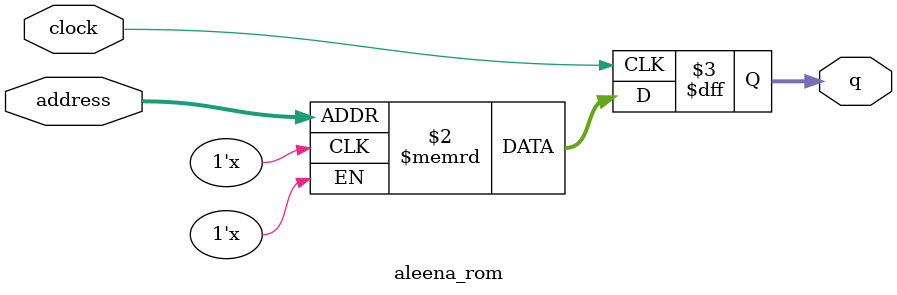
<source format=sv>
module aleena_rom (
	input logic clock,
	input logic [9:0] address,
	output logic [2:0] q
);

logic [2:0] memory [0:1023] /* synthesis ram_init_file = "./aleena/aleena.mif" */;

always_ff @ (posedge clock) begin
	q <= memory[address];
end

endmodule

</source>
